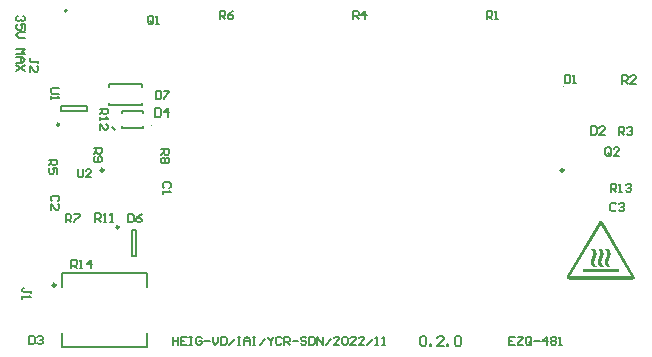
<source format=gbr>
%TF.GenerationSoftware,Altium Limited,Altium Designer,22.11.1 (43)*%
G04 Layer_Color=65535*
%FSLAX45Y45*%
%MOMM*%
%TF.SameCoordinates,F25CF00E-CD35-404E-9013-36C82019CF52*%
%TF.FilePolarity,Positive*%
%TF.FileFunction,Legend,Top*%
%TF.Part,Single*%
G01*
G75*
%TA.AperFunction,NonConductor*%
%ADD40C,0.10000*%
%ADD41C,0.20000*%
%ADD42C,0.25000*%
%ADD43C,0.25400*%
%ADD44C,0.15000*%
%ADD45C,0.16000*%
G36*
X5621497Y1149887D02*
X5623580Y1149539D01*
X5626010Y1148498D01*
X5629135Y1147109D01*
X5631913Y1144678D01*
X5635038Y1141553D01*
X5638163Y1137387D01*
X5904132Y679059D01*
X5904479Y678712D01*
X5905174Y676976D01*
X5905868Y674892D01*
X5906910Y672115D01*
X5907257Y668990D01*
Y665518D01*
X5906562Y662045D01*
X5904826Y658573D01*
X5904479Y658226D01*
X5903785Y657184D01*
X5902049Y655795D01*
X5899965Y654407D01*
X5897188Y653018D01*
X5893715Y651629D01*
X5889549Y650587D01*
X5884688Y650240D01*
X5355180D01*
X5352403Y650587D01*
X5349278Y651282D01*
X5345458Y652671D01*
X5341986Y654059D01*
X5338514Y656490D01*
X5336083Y659615D01*
X5335736Y659962D01*
X5335389Y661351D01*
X5334694Y663087D01*
X5334347Y665518D01*
X5334000Y668643D01*
X5334347Y672462D01*
X5335389Y676281D01*
X5337472Y680795D01*
X5602052Y1137734D01*
X5602400Y1138429D01*
X5603094Y1139817D01*
X5604483Y1141553D01*
X5606566Y1143984D01*
X5608997Y1146415D01*
X5612122Y1148151D01*
X5615594Y1149539D01*
X5619760Y1150234D01*
X5620108D01*
X5621497Y1149887D01*
D02*
G37*
%LPC*%
G36*
Y1113429D02*
X5362125Y676281D01*
X5879479D01*
X5621497Y1113429D01*
D02*
G37*
%LPD*%
G36*
X5630177Y906834D02*
X5632260Y904056D01*
X5633649Y901973D01*
X5634344Y901626D01*
Y901279D01*
X5636774Y897806D01*
X5638857Y894681D01*
X5639552Y893293D01*
X5640246Y892251D01*
X5640593Y891557D01*
Y891209D01*
X5640246Y891904D01*
X5641288Y888084D01*
X5642330Y884959D01*
X5642677Y883570D01*
Y882529D01*
X5643024Y881834D01*
Y881487D01*
X5643718Y877668D01*
X5644413Y874196D01*
Y872807D01*
Y871765D01*
Y871071D01*
Y870723D01*
Y870376D01*
Y870029D01*
Y869682D01*
Y869335D01*
Y868987D01*
Y865862D01*
X5644066Y863085D01*
X5643718Y861001D01*
Y860654D01*
Y860307D01*
X5643024Y857529D01*
X5642677Y855099D01*
X5642330Y853363D01*
X5641982Y853015D01*
Y852668D01*
X5641635Y851279D01*
X5640246Y846765D01*
X5638857Y842599D01*
X5638163Y841210D01*
X5637816Y839821D01*
X5637469Y839127D01*
Y838779D01*
X5635732Y834266D01*
X5634344Y830793D01*
X5633996Y829404D01*
X5633302Y828363D01*
X5632955Y827668D01*
Y827321D01*
X5630177Y821418D01*
X5628441Y816210D01*
X5627052Y811349D01*
X5626010Y806835D01*
X5625316Y803363D01*
X5624969Y800933D01*
Y799197D01*
Y798849D01*
Y798502D01*
Y798155D01*
X5625316Y794683D01*
X5625663Y791905D01*
X5626010Y789822D01*
Y789474D01*
Y789127D01*
X5627052Y786002D01*
X5627746Y783572D01*
X5628441Y781488D01*
X5628788Y781141D01*
Y780794D01*
X5630524Y777669D01*
X5632955Y774197D01*
X5635732Y770725D01*
X5638163Y767600D01*
X5640593Y764475D01*
X5642677Y762391D01*
X5644066Y761003D01*
X5644413Y760308D01*
X5614899D01*
X5611774Y763433D01*
X5608997Y766558D01*
X5606566Y770030D01*
X5604830Y773155D01*
X5601358Y780100D01*
X5599275Y786697D01*
X5598233Y792599D01*
X5597886Y795030D01*
X5597538Y797113D01*
X5597191Y798849D01*
Y800238D01*
Y800933D01*
Y801280D01*
Y805099D01*
X5597538Y808224D01*
X5597886Y810307D01*
Y810655D01*
Y811002D01*
X5598580Y814127D01*
X5598927Y816905D01*
X5599622Y818641D01*
Y819335D01*
X5599969Y821071D01*
X5601705Y825932D01*
X5603094Y830446D01*
X5603788Y832182D01*
X5604136Y833571D01*
X5604483Y834266D01*
Y834613D01*
X5606566Y839474D01*
X5608302Y843293D01*
X5608649Y844682D01*
X5609344Y845724D01*
X5609691Y846418D01*
Y846505D01*
X5610733Y848849D01*
X5611774Y851279D01*
X5612469Y853015D01*
X5612816Y853710D01*
X5613858Y856487D01*
X5614899Y859265D01*
X5615247Y861349D01*
X5615594Y861696D01*
Y862043D01*
X5615941Y863779D01*
X5616288Y865515D01*
Y866557D01*
Y866904D01*
X5616635Y868987D01*
Y870723D01*
Y871765D01*
Y872112D01*
X5616288Y876279D01*
X5615941Y879751D01*
X5615594Y881140D01*
Y882182D01*
X5615247Y882529D01*
Y882876D01*
X5614205Y886348D01*
X5612816Y889473D01*
X5611774Y891557D01*
X5611427Y891904D01*
Y892251D01*
X5610733Y892598D01*
X5608649Y895723D01*
X5606566Y898501D01*
X5605177Y900584D01*
X5604483Y900931D01*
Y901279D01*
X5601705Y904404D01*
X5599275Y907181D01*
X5597191Y909265D01*
X5596844Y909612D01*
X5596497Y909959D01*
X5627399D01*
X5630177Y906834D01*
D02*
G37*
G36*
X5687468Y909612D02*
X5687815Y909265D01*
X5689551Y907181D01*
X5691635Y904404D01*
X5693718Y901279D01*
Y900931D01*
X5694412Y900584D01*
X5695454Y898501D01*
X5697537Y895376D01*
X5699273Y891904D01*
X5699621Y891209D01*
Y890862D01*
X5699968Y890515D01*
X5700315Y889473D01*
X5700662Y888084D01*
X5701704Y884959D01*
X5702398Y881140D01*
Y880793D01*
X5702746Y880446D01*
Y879404D01*
X5703093Y878015D01*
X5703440Y874543D01*
Y870376D01*
Y870029D01*
Y869682D01*
Y869335D01*
Y868987D01*
Y868640D01*
Y866557D01*
Y863779D01*
X5703093Y860307D01*
Y859960D01*
Y859612D01*
X5702746Y857876D01*
X5702398Y855099D01*
X5701704Y852321D01*
X5701357Y851279D01*
X5700662Y849196D01*
X5699621Y846765D01*
X5698232Y843293D01*
X5696496Y838779D01*
X5694412Y833571D01*
X5691982Y827321D01*
Y826974D01*
X5691635Y826627D01*
X5690593Y824543D01*
X5689551Y821418D01*
X5688162Y817599D01*
X5686426Y813085D01*
X5685385Y808224D01*
X5684343Y803363D01*
X5683996Y798502D01*
Y798155D01*
Y797808D01*
Y797460D01*
Y795377D01*
X5684343Y792252D01*
X5685037Y789127D01*
Y788780D01*
X5685385Y788433D01*
X5685732Y786697D01*
X5686773Y783919D01*
X5687815Y780794D01*
X5688162Y780447D01*
X5688510Y779405D01*
X5689898Y777669D01*
X5691287Y775238D01*
X5693371Y772114D01*
X5696148Y768641D01*
X5699621Y764822D01*
X5703440Y760308D01*
X5673926D01*
X5673579Y760655D01*
X5673232Y761003D01*
X5672190Y762044D01*
X5671149Y763086D01*
X5668371Y766558D01*
X5665246Y771419D01*
X5662121Y776975D01*
X5659343Y783919D01*
X5657260Y791905D01*
X5656913Y796419D01*
X5656566Y800933D01*
Y801280D01*
Y801974D01*
Y802321D01*
Y802669D01*
Y804752D01*
Y807530D01*
X5656913Y811002D01*
Y811349D01*
Y811696D01*
X5657607Y813780D01*
X5657954Y816557D01*
X5658996Y820030D01*
X5658649Y819335D01*
Y819682D01*
X5658996Y820724D01*
X5659690Y822113D01*
X5660385Y824196D01*
X5661774Y829057D01*
X5663857Y834266D01*
Y834613D01*
X5664204Y835654D01*
X5664899Y837043D01*
X5665593Y838779D01*
X5667329Y843293D01*
X5669413Y848154D01*
X5669065Y846765D01*
X5669413Y847460D01*
X5670107Y848849D01*
X5670801Y850932D01*
X5671843Y853363D01*
Y853710D01*
X5672190Y854057D01*
X5672538Y855793D01*
X5673579Y858224D01*
X5674274Y861001D01*
X5674621Y862043D01*
Y862390D01*
X5674968Y863432D01*
X5675315Y864821D01*
Y866557D01*
Y866904D01*
X5675663Y867946D01*
Y869682D01*
Y871418D01*
Y871765D01*
Y872112D01*
Y872460D01*
Y873154D01*
Y874196D01*
Y875584D01*
X5674968Y878709D01*
X5674274Y882529D01*
Y882876D01*
X5673926Y883570D01*
X5673579Y884265D01*
X5673232Y885654D01*
X5672190Y888779D01*
X5670454Y892251D01*
X5669760Y892945D01*
X5668371Y895029D01*
X5665940Y898154D01*
X5663510Y901279D01*
Y901626D01*
X5662815Y901973D01*
X5661427Y904056D01*
X5658996Y906834D01*
X5655871Y909959D01*
X5687121D01*
X5687468Y909612D01*
D02*
G37*
G36*
X5609691Y846505D02*
X5609344Y845724D01*
X5609691Y846765D01*
Y846505D01*
D02*
G37*
G36*
X5571150Y906834D02*
X5573233Y904056D01*
X5574622Y901973D01*
X5575317Y901626D01*
Y901279D01*
X5577400Y897806D01*
X5579136Y894681D01*
X5579830Y893293D01*
X5580525Y892251D01*
X5580872Y891557D01*
Y891904D01*
X5582261Y888084D01*
X5583303Y884959D01*
X5583650Y883570D01*
Y882529D01*
X5583997Y881834D01*
Y881487D01*
X5584691Y877668D01*
X5585039Y874196D01*
Y872807D01*
Y871765D01*
Y871071D01*
Y870723D01*
Y870376D01*
Y870029D01*
Y869682D01*
Y869335D01*
Y868987D01*
Y865862D01*
X5584691Y863085D01*
X5584344Y861001D01*
Y860654D01*
Y860307D01*
X5583997Y857529D01*
X5583650Y855099D01*
X5583303Y853363D01*
X5582955Y853015D01*
Y852668D01*
X5581914Y849543D01*
X5580525Y845377D01*
X5579136Y841210D01*
X5577400Y837043D01*
X5575664Y833224D01*
X5574622Y830099D01*
X5573580Y828016D01*
X5573233Y827668D01*
Y827321D01*
X5570455Y821418D01*
X5568719Y815863D01*
X5567330Y811002D01*
X5566289Y806835D01*
X5565594Y803363D01*
X5565247Y800585D01*
Y799197D01*
Y798849D01*
Y798502D01*
Y798155D01*
X5565594Y794683D01*
X5565942Y791905D01*
X5566289Y789822D01*
X5566636Y789474D01*
Y789127D01*
X5567678Y786002D01*
X5568719Y783572D01*
X5569067Y781488D01*
X5569414Y781141D01*
Y780794D01*
X5571150Y777669D01*
X5573580Y774197D01*
X5576011Y770725D01*
X5578789Y767600D01*
X5581219Y764475D01*
X5583303Y762391D01*
X5585039Y761003D01*
X5585386Y760308D01*
X5555178D01*
X5552053Y763433D01*
X5549275Y766558D01*
X5546845Y770030D01*
X5545109Y773155D01*
X5541636Y780100D01*
X5539553Y786349D01*
X5538511Y792252D01*
X5538164Y794683D01*
X5537817Y796766D01*
X5537470Y798502D01*
Y799891D01*
Y800585D01*
Y800933D01*
Y804405D01*
X5537817Y807530D01*
X5538164Y809613D01*
Y809960D01*
Y810307D01*
X5538859Y813780D01*
X5539900Y816557D01*
X5540247Y818641D01*
X5540595Y818988D01*
Y819335D01*
X5541289Y822807D01*
X5542678Y827321D01*
X5544414Y831835D01*
X5546150Y836349D01*
X5547886Y840168D01*
X5549275Y843640D01*
X5549970Y845029D01*
X5550317Y846071D01*
X5550664Y846418D01*
Y846765D01*
X5552053Y850585D01*
X5553442Y853710D01*
X5554136Y856140D01*
X5555178Y858224D01*
X5555525Y859960D01*
X5555872Y861001D01*
X5556220Y861696D01*
Y862043D01*
X5556567Y863779D01*
Y865515D01*
X5556914Y866557D01*
Y866904D01*
X5557261Y868640D01*
X5557608Y870376D01*
Y871765D01*
Y872112D01*
X5557261Y875932D01*
X5556567Y879404D01*
X5556220Y880793D01*
X5555872Y881834D01*
X5555525Y882182D01*
Y882529D01*
X5554483Y886348D01*
X5553095Y889473D01*
X5552053Y891557D01*
X5551706Y891904D01*
Y892251D01*
Y892598D01*
X5549622Y895723D01*
X5547539Y898501D01*
X5545803Y900584D01*
X5545456Y900931D01*
X5545109Y901279D01*
X5542331Y904404D01*
X5539900Y907181D01*
X5538164Y909265D01*
X5537817Y909612D01*
X5537470Y909959D01*
X5568372D01*
X5571150Y906834D01*
D02*
G37*
G36*
X5771495Y712045D02*
X5469762D01*
Y739475D01*
X5771495D01*
Y712045D01*
D02*
G37*
D40*
X1397480Y2282380D02*
G03*
X1397480Y2282380I-5000J0D01*
G01*
X1815420Y1951560D02*
G03*
X1815420Y1951560I-5000J0D01*
G01*
X5302007Y2283593D02*
G03*
X5302007Y2283593I-5000J0D01*
G01*
X5303267Y2103253D02*
G03*
X5303267Y2103253I-5000J0D01*
G01*
D41*
X1101700Y2925580D02*
G03*
X1101700Y2925580I-10000J0D01*
G01*
X1459980Y2304880D02*
X1739980D01*
X1459980Y2124880D02*
X1739980D01*
X1459980Y2282380D02*
Y2304880D01*
X1739980Y2282380D02*
Y2304880D01*
X1459980Y2124880D02*
Y2147380D01*
X1739980Y2124880D02*
Y2147380D01*
X1565420Y2056560D02*
Y2074060D01*
X1745420Y2056560D02*
Y2074060D01*
X1565420Y1934060D02*
Y1951560D01*
X1745420Y1934060D02*
Y1951560D01*
X1565420Y2074060D02*
X1745420D01*
X1565420Y1934060D02*
X1745420D01*
X1777320Y76160D02*
Y193660D01*
X1057320Y76160D02*
Y193660D01*
X1777320Y588660D02*
Y706160D01*
X1057320Y588660D02*
Y706160D01*
Y76160D02*
X1777320D01*
X1057320Y706160D02*
X1777320D01*
X1648080Y1070120D02*
X1688080D01*
Y850120D02*
Y1070120D01*
X1648080Y850120D02*
Y1070120D01*
Y850120D02*
X1688080D01*
X1267200Y2079880D02*
Y2119880D01*
X1047200Y2079880D02*
X1267200D01*
X1047200Y2119880D02*
X1267200D01*
X1047200Y2079880D02*
Y2119880D01*
X4091620Y157765D02*
X4104949Y171094D01*
X4131607D01*
X4144936Y157765D01*
Y104449D01*
X4131607Y91120D01*
X4104949D01*
X4091620Y104449D01*
Y157765D01*
X4171594Y91120D02*
Y104449D01*
X4184923D01*
Y91120D01*
X4171594D01*
X4291556D02*
X4238239D01*
X4291556Y144436D01*
Y157765D01*
X4278227Y171094D01*
X4251569D01*
X4238239Y157765D01*
X4318214Y91120D02*
Y104449D01*
X4331543D01*
Y91120D01*
X4318214D01*
X4384859Y157765D02*
X4398188Y171094D01*
X4424846D01*
X4438175Y157765D01*
Y104449D01*
X4424846Y91120D01*
X4398188D01*
X4384859Y104449D01*
Y157765D01*
D42*
X1004820Y603660D02*
G03*
X1004820Y603660I-12500J0D01*
G01*
X1410160Y1575940D02*
G03*
X1410160Y1575940I-12500J0D01*
G01*
X5306040Y1574040D02*
G03*
X5306040Y1574040I-12500J0D01*
G01*
D43*
X1537538Y1092200D02*
G03*
X1537538Y1092200I-9158J0D01*
G01*
X1034278Y1960180D02*
G03*
X1034278Y1960180I-9158J0D01*
G01*
D44*
X1480820Y1943100D02*
X1508760Y1912620D01*
X5749057Y1285706D02*
X5737394Y1297369D01*
X5714068D01*
X5702405Y1285706D01*
Y1239054D01*
X5714068Y1227391D01*
X5737394D01*
X5749057Y1239054D01*
X5772383Y1285706D02*
X5784046Y1297369D01*
X5807372D01*
X5819035Y1285706D01*
Y1274043D01*
X5807372Y1262380D01*
X5795709D01*
X5807372D01*
X5819035Y1250717D01*
Y1239054D01*
X5807372Y1227391D01*
X5784046D01*
X5772383Y1239054D01*
X1850445Y2100009D02*
Y2030031D01*
X1885434D01*
X1897097Y2041694D01*
Y2088346D01*
X1885434Y2100009D01*
X1850445D01*
X1955412Y2030031D02*
Y2100009D01*
X1920423Y2065020D01*
X1967075D01*
X5539845Y1947609D02*
Y1877631D01*
X5574834D01*
X5586497Y1889294D01*
Y1935946D01*
X5574834Y1947609D01*
X5539845D01*
X5656475Y1877631D02*
X5609823D01*
X5656475Y1924283D01*
Y1935946D01*
X5644812Y1947609D01*
X5621486D01*
X5609823Y1935946D01*
X5315288Y2381949D02*
Y2311971D01*
X5350277D01*
X5361940Y2323634D01*
Y2370286D01*
X5350277Y2381949D01*
X5315288D01*
X5385266Y2311971D02*
X5408592D01*
X5396929D01*
Y2381949D01*
X5385266Y2370286D01*
X1851765Y2247329D02*
Y2177351D01*
X1886754D01*
X1898417Y2189014D01*
Y2235666D01*
X1886754Y2247329D01*
X1851765D01*
X1921743D02*
X1968395D01*
Y2235666D01*
X1921743Y2189014D01*
Y2177351D01*
X1618085Y1203389D02*
Y1133411D01*
X1653074D01*
X1664737Y1145074D01*
Y1191726D01*
X1653074Y1203389D01*
X1618085D01*
X1734715D02*
X1711389Y1191726D01*
X1688063Y1168400D01*
Y1145074D01*
X1699726Y1133411D01*
X1723052D01*
X1734715Y1145074D01*
Y1156737D01*
X1723052Y1168400D01*
X1688063D01*
X1021546Y1312142D02*
X1033209Y1323805D01*
Y1347131D01*
X1021546Y1358794D01*
X974894D01*
X963231Y1347131D01*
Y1323805D01*
X974894Y1312142D01*
X963231Y1242165D02*
Y1288817D01*
X1009883Y1242165D01*
X1021546D01*
X1033209Y1253828D01*
Y1277154D01*
X1021546Y1288817D01*
X5703728Y1392491D02*
Y1462469D01*
X5738717D01*
X5750380Y1450806D01*
Y1427480D01*
X5738717Y1415817D01*
X5703728D01*
X5727054D02*
X5750380Y1392491D01*
X5773706D02*
X5797032D01*
X5785369D01*
Y1462469D01*
X5773706Y1450806D01*
X5832020D02*
X5843683Y1462469D01*
X5867009D01*
X5878672Y1450806D01*
Y1439143D01*
X5867009Y1427480D01*
X5855346D01*
X5867009D01*
X5878672Y1415817D01*
Y1404154D01*
X5867009Y1392491D01*
X5843683D01*
X5832020Y1404154D01*
X779885Y172149D02*
Y102171D01*
X814874D01*
X826537Y113834D01*
Y160486D01*
X814874Y172149D01*
X779885D01*
X849863Y160486D02*
X861526Y172149D01*
X884852D01*
X896515Y160486D01*
Y148823D01*
X884852Y137160D01*
X873189D01*
X884852D01*
X896515Y125497D01*
Y113834D01*
X884852Y102171D01*
X861526D01*
X849863Y113834D01*
X1968966Y1424940D02*
X1980629Y1436603D01*
Y1459929D01*
X1968966Y1471591D01*
X1922314D01*
X1910651Y1459929D01*
Y1436603D01*
X1922314Y1424940D01*
X1910651Y1401614D02*
Y1378288D01*
Y1389951D01*
X1980629D01*
X1968966Y1401614D01*
X794449Y533400D02*
Y556726D01*
Y545063D01*
X736134D01*
X724471Y556726D01*
Y568389D01*
X736134Y580051D01*
X724471Y510074D02*
Y486748D01*
Y498411D01*
X794449D01*
X782786Y510074D01*
X857949Y2480542D02*
Y2503868D01*
Y2492205D01*
X799634D01*
X787971Y2503868D01*
Y2515531D01*
X799634Y2527194D01*
X787971Y2410565D02*
Y2457217D01*
X834623Y2410565D01*
X846286D01*
X857949Y2422228D01*
Y2445554D01*
X846286Y2457217D01*
X1831340Y2826554D02*
Y2873206D01*
X1819677Y2884869D01*
X1796351D01*
X1784688Y2873206D01*
Y2826554D01*
X1796351Y2814891D01*
X1819677D01*
X1808014Y2838217D02*
X1831340Y2814891D01*
X1819677D02*
X1831340Y2826554D01*
X1854666Y2814891D02*
X1877992D01*
X1866329D01*
Y2884869D01*
X1854666Y2873206D01*
X5705877Y1711494D02*
Y1758146D01*
X5694214Y1769809D01*
X5670888D01*
X5659225Y1758146D01*
Y1711494D01*
X5670888Y1699831D01*
X5694214D01*
X5682551Y1723157D02*
X5705877Y1699831D01*
X5694214D02*
X5705877Y1711494D01*
X5775855Y1699831D02*
X5729203D01*
X5775855Y1746483D01*
Y1758146D01*
X5764192Y1769809D01*
X5740866D01*
X5729203Y1758146D01*
X4654888Y2852991D02*
Y2922969D01*
X4689877D01*
X4701540Y2911306D01*
Y2887980D01*
X4689877Y2876317D01*
X4654888D01*
X4678214D02*
X4701540Y2852991D01*
X4724866D02*
X4748192D01*
X4736529D01*
Y2922969D01*
X4724866Y2911306D01*
X5801465Y2309431D02*
Y2379409D01*
X5836454D01*
X5848117Y2367746D01*
Y2344420D01*
X5836454Y2332757D01*
X5801465D01*
X5824791D02*
X5848117Y2309431D01*
X5918095D02*
X5871443D01*
X5918095Y2356083D01*
Y2367746D01*
X5906432Y2379409D01*
X5883106D01*
X5871443Y2367746D01*
X5770985Y1872551D02*
Y1942529D01*
X5805974D01*
X5817637Y1930866D01*
Y1907540D01*
X5805974Y1895877D01*
X5770985D01*
X5794311D02*
X5817637Y1872551D01*
X5840963Y1930866D02*
X5852626Y1942529D01*
X5875952D01*
X5887615Y1930866D01*
Y1919203D01*
X5875952Y1907540D01*
X5864289D01*
X5875952D01*
X5887615Y1895877D01*
Y1884214D01*
X5875952Y1872551D01*
X5852626D01*
X5840963Y1884214D01*
X3523085Y2855531D02*
Y2925509D01*
X3558074D01*
X3569737Y2913846D01*
Y2890520D01*
X3558074Y2878857D01*
X3523085D01*
X3546411D02*
X3569737Y2855531D01*
X3628052D02*
Y2925509D01*
X3593063Y2890520D01*
X3639715D01*
X945451Y1663594D02*
X1015429D01*
Y1628605D01*
X1003766Y1616942D01*
X980440D01*
X968777Y1628605D01*
Y1663594D01*
Y1640268D02*
X945451Y1616942D01*
X1015429Y1546965D02*
Y1593617D01*
X980440D01*
X992103Y1570291D01*
Y1558628D01*
X980440Y1546965D01*
X957114D01*
X945451Y1558628D01*
Y1581954D01*
X957114Y1593617D01*
X2392785Y2855531D02*
Y2925509D01*
X2427774D01*
X2439437Y2913846D01*
Y2890520D01*
X2427774Y2878857D01*
X2392785D01*
X2416111D02*
X2439437Y2855531D01*
X2509415Y2925509D02*
X2486089Y2913846D01*
X2462763Y2890520D01*
Y2867194D01*
X2474426Y2855531D01*
X2497752D01*
X2509415Y2867194D01*
Y2878857D01*
X2497752Y2890520D01*
X2462763D01*
X1092305Y1133411D02*
Y1203389D01*
X1127294D01*
X1138957Y1191726D01*
Y1168400D01*
X1127294Y1156737D01*
X1092305D01*
X1115631D02*
X1138957Y1133411D01*
X1162283Y1203389D02*
X1208935D01*
Y1191726D01*
X1162283Y1145074D01*
Y1133411D01*
X1895411Y1752494D02*
X1965389D01*
Y1717505D01*
X1953726Y1705842D01*
X1930400D01*
X1918737Y1717505D01*
Y1752494D01*
Y1729168D02*
X1895411Y1705842D01*
X1953726Y1682517D02*
X1965389Y1670854D01*
Y1647528D01*
X1953726Y1635865D01*
X1942063D01*
X1930400Y1647528D01*
X1918737Y1635865D01*
X1907074D01*
X1895411Y1647528D01*
Y1670854D01*
X1907074Y1682517D01*
X1918737D01*
X1930400Y1670854D01*
X1942063Y1682517D01*
X1953726D01*
X1930400Y1670854D02*
Y1647528D01*
X1326451Y1762654D02*
X1396429D01*
Y1727665D01*
X1384766Y1716002D01*
X1361440D01*
X1349777Y1727665D01*
Y1762654D01*
Y1739328D02*
X1326451Y1716002D01*
X1338114Y1692677D02*
X1326451Y1681014D01*
Y1657688D01*
X1338114Y1646025D01*
X1384766D01*
X1396429Y1657688D01*
Y1681014D01*
X1384766Y1692677D01*
X1373103D01*
X1361440Y1681014D01*
Y1646025D01*
X1341511Y1141031D02*
Y1211009D01*
X1376500D01*
X1388163Y1199346D01*
Y1176020D01*
X1376500Y1164357D01*
X1341511D01*
X1364837D02*
X1388163Y1141031D01*
X1411489D02*
X1434815D01*
X1423152D01*
Y1211009D01*
X1411489Y1199346D01*
X1469803Y1141031D02*
X1493129D01*
X1481466D01*
Y1211009D01*
X1469803Y1199346D01*
X1377251Y2094072D02*
X1447229D01*
Y2059083D01*
X1435566Y2047420D01*
X1412240D01*
X1400577Y2059083D01*
Y2094072D01*
Y2070746D02*
X1377251Y2047420D01*
Y2024094D02*
Y2000768D01*
Y2012431D01*
X1447229D01*
X1435566Y2024094D01*
X1377251Y1919128D02*
Y1965780D01*
X1423903Y1919128D01*
X1435566D01*
X1447229Y1930791D01*
Y1954117D01*
X1435566Y1965780D01*
X1139348Y744791D02*
Y814769D01*
X1174337D01*
X1186000Y803106D01*
Y779780D01*
X1174337Y768117D01*
X1139348D01*
X1162674D02*
X1186000Y744791D01*
X1209326D02*
X1232652D01*
X1220989D01*
Y814769D01*
X1209326Y803106D01*
X1302629Y744791D02*
Y814769D01*
X1267640Y779780D01*
X1314292D01*
X1035749Y2271691D02*
X977434D01*
X965771Y2260028D01*
Y2236703D01*
X977434Y2225040D01*
X1035749D01*
X965771Y2201714D02*
Y2178388D01*
Y2190051D01*
X1035749D01*
X1024086Y2201714D01*
X1191365Y1584389D02*
Y1526074D01*
X1203028Y1514411D01*
X1226354D01*
X1238017Y1526074D01*
Y1584389D01*
X1307995Y1514411D02*
X1261343D01*
X1307995Y1561063D01*
Y1572726D01*
X1296332Y1584389D01*
X1273006D01*
X1261343Y1572726D01*
D45*
X732175Y2882140D02*
X743837Y2870477D01*
Y2847151D01*
X732175Y2835488D01*
X720512D01*
X708849Y2847151D01*
Y2858814D01*
Y2847151D01*
X697186Y2835488D01*
X685523D01*
X673860Y2847151D01*
Y2870477D01*
X685523Y2882140D01*
X743837Y2765511D02*
Y2812163D01*
X708849D01*
X720512Y2788837D01*
Y2777174D01*
X708849Y2765511D01*
X685523D01*
X673860Y2777174D01*
Y2800500D01*
X685523Y2812163D01*
X743837Y2742185D02*
X697186D01*
X673860Y2718859D01*
X697186Y2695533D01*
X743837D01*
X673860Y2602230D02*
X743837D01*
X720512Y2578904D01*
X743837Y2555578D01*
X673860D01*
Y2532252D02*
X720512D01*
X743837Y2508927D01*
X720512Y2485601D01*
X673860D01*
X708849D01*
Y2532252D01*
X743837Y2462275D02*
X673860Y2415623D01*
X743837D02*
X673860Y2462275D01*
X4893732Y167257D02*
X4847080D01*
Y97280D01*
X4893732D01*
X4847080Y132269D02*
X4870406D01*
X4917057Y167257D02*
X4963709D01*
Y155595D01*
X4917057Y108943D01*
Y97280D01*
X4963709D01*
X5033687Y108943D02*
Y155595D01*
X5022024Y167257D01*
X4998698D01*
X4987035Y155595D01*
Y108943D01*
X4998698Y97280D01*
X5022024D01*
X5010361Y120606D02*
X5033687Y97280D01*
X5022024D02*
X5033687Y108943D01*
X5057012Y132269D02*
X5103664D01*
X5161979Y97280D02*
Y167257D01*
X5126990Y132269D01*
X5173642D01*
X5196968Y155595D02*
X5208630Y167257D01*
X5231956D01*
X5243619Y155595D01*
Y143932D01*
X5231956Y132269D01*
X5243619Y120606D01*
Y108943D01*
X5231956Y97280D01*
X5208630D01*
X5196968Y108943D01*
Y120606D01*
X5208630Y132269D01*
X5196968Y143932D01*
Y155595D01*
X5208630Y132269D02*
X5231956D01*
X5266945Y97280D02*
X5290271D01*
X5278608D01*
Y167257D01*
X5266945Y155595D01*
X1997200Y167257D02*
Y97280D01*
Y132269D01*
X2043852D01*
Y167257D01*
Y97280D01*
X2113829Y167257D02*
X2067177D01*
Y97280D01*
X2113829D01*
X2067177Y132269D02*
X2090503D01*
X2137155Y167257D02*
X2160481D01*
X2148818D01*
Y97280D01*
X2137155D01*
X2160481D01*
X2242121Y155595D02*
X2230458Y167257D01*
X2207132D01*
X2195470Y155595D01*
Y108943D01*
X2207132Y97280D01*
X2230458D01*
X2242121Y108943D01*
Y132269D01*
X2218795D01*
X2265447D02*
X2312099D01*
X2335425Y167257D02*
Y120606D01*
X2358750Y97280D01*
X2382076Y120606D01*
Y167257D01*
X2405402D02*
Y97280D01*
X2440391D01*
X2452054Y108943D01*
Y155595D01*
X2440391Y167257D01*
X2405402D01*
X2475380Y97280D02*
X2522031Y143932D01*
X2545357Y167257D02*
X2568683D01*
X2557020D01*
Y97280D01*
X2545357D01*
X2568683D01*
X2603672D02*
Y143932D01*
X2626998Y167257D01*
X2650323Y143932D01*
Y97280D01*
Y132269D01*
X2603672D01*
X2673649Y167257D02*
X2696975D01*
X2685312D01*
Y97280D01*
X2673649D01*
X2696975D01*
X2731964D02*
X2778615Y143932D01*
X2801941Y167257D02*
Y155595D01*
X2825267Y132269D01*
X2848593Y155595D01*
Y167257D01*
X2825267Y132269D02*
Y97280D01*
X2918570Y155595D02*
X2906908Y167257D01*
X2883582D01*
X2871919Y155595D01*
Y108943D01*
X2883582Y97280D01*
X2906908D01*
X2918570Y108943D01*
X2941896Y97280D02*
Y167257D01*
X2976885D01*
X2988548Y155595D01*
Y132269D01*
X2976885Y120606D01*
X2941896D01*
X2965222D02*
X2988548Y97280D01*
X3011874Y132269D02*
X3058526D01*
X3128503Y155595D02*
X3116840Y167257D01*
X3093514D01*
X3081851Y155595D01*
Y143932D01*
X3093514Y132269D01*
X3116840D01*
X3128503Y120606D01*
Y108943D01*
X3116840Y97280D01*
X3093514D01*
X3081851Y108943D01*
X3151829Y167257D02*
Y97280D01*
X3186818D01*
X3198481Y108943D01*
Y155595D01*
X3186818Y167257D01*
X3151829D01*
X3221806Y97280D02*
Y167257D01*
X3268458Y97280D01*
Y167257D01*
X3291784Y97280D02*
X3338436Y143932D01*
X3408413Y97280D02*
X3361761D01*
X3408413Y143932D01*
Y155595D01*
X3396750Y167257D01*
X3373424D01*
X3361761Y155595D01*
X3431739D02*
X3443402Y167257D01*
X3466728D01*
X3478391Y155595D01*
Y108943D01*
X3466728Y97280D01*
X3443402D01*
X3431739Y108943D01*
Y155595D01*
X3548368Y97280D02*
X3501716D01*
X3548368Y143932D01*
Y155595D01*
X3536705Y167257D01*
X3513379D01*
X3501716Y155595D01*
X3618346Y97280D02*
X3571694D01*
X3618346Y143932D01*
Y155595D01*
X3606683Y167257D01*
X3583357D01*
X3571694Y155595D01*
X3641671Y97280D02*
X3688323Y143932D01*
X3711649Y97280D02*
X3734975D01*
X3723312D01*
Y167257D01*
X3711649Y155595D01*
X3769964Y97280D02*
X3793289D01*
X3781626D01*
Y167257D01*
X3769964Y155595D01*
%TF.MD5,69ca0b190b1a73a784d116f0a9538c70*%
M02*

</source>
